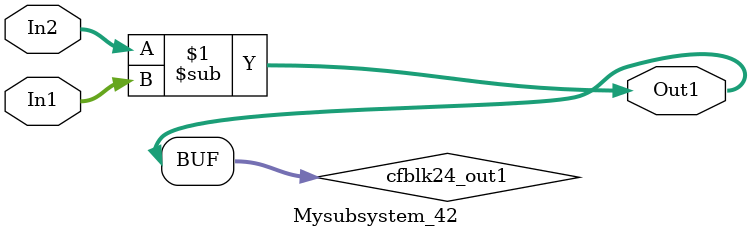
<source format=v>



`timescale 1 ns / 1 ns

module Mysubsystem_42
          (In1,
           In2,
           Out1);


  input   [7:0] In1;  // uint8
  input   [7:0] In2;  // uint8
  output  [7:0] Out1;  // uint8


  wire [7:0] cfblk24_out1;  // uint8


  assign cfblk24_out1 = In2 - In1;



  assign Out1 = cfblk24_out1;

endmodule  // Mysubsystem_42


</source>
